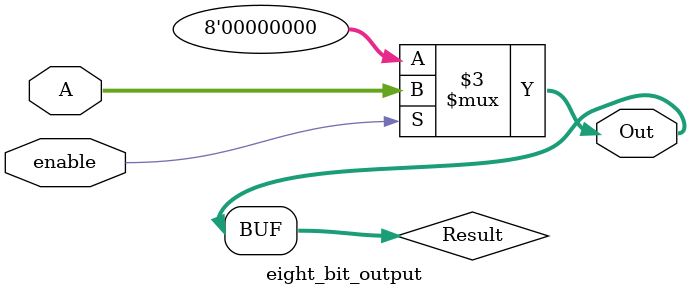
<source format=v>
module eight_bit_output(
           input [7:0] A,  // 8-bit Input
           input enable, // Enable Flag
           output [7:0] Out // 8-bit Output
    );
    reg [7:0] Result;
    assign Out = Result; // ALU out
    always @(*)
    begin
		if (enable) begin
			Result = A;
		end else begin
			Result = 8'b0;
		end
    end
endmodule
</source>
